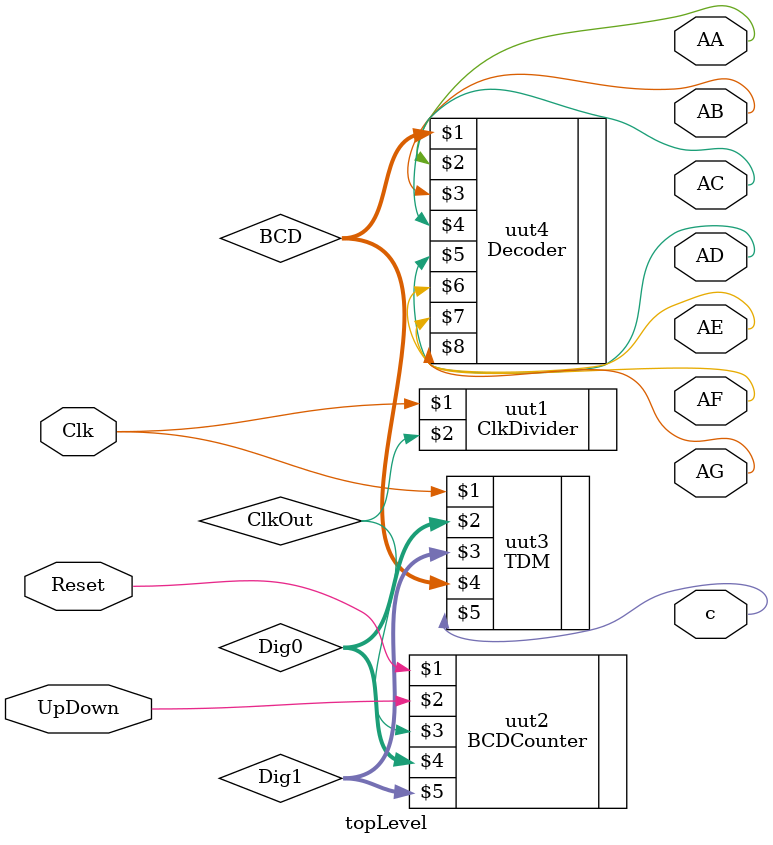
<source format=v>
`timescale 1ns / 1ps


module topLevel(
    input Reset,
    input UpDown,
    input Clk,
  output  AA,
    output  AB,
    output  AC,
    output  AD,
    output  AE,
    output  AF,
    output  AG,
        output  c
    ); 
    wire ClkOut;
    wire [3:0]Dig0;
    wire [3:0]Dig1;
    wire [3:0]BCD;
    ClkDivider uut1(Clk,ClkOut);
    BCDCounter uut2(Reset,UpDown,ClkOut,Dig0,Dig1);
    TDM uut3(Clk,Dig0,Dig1,BCD,c);
    Decoder uut4(BCD,AA,AB,AC,AD,AE,AF,AG);

    
endmodule

</source>
